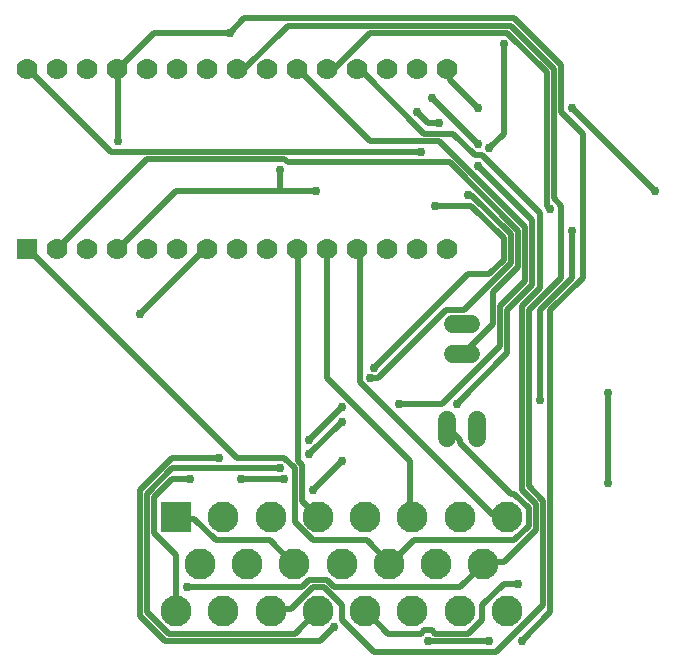
<source format=gbr>
G04 EAGLE Gerber X2 export*
%TF.Part,Single*%
%TF.FileFunction,Copper,L2,Bot,Mixed*%
%TF.FilePolarity,Positive*%
%TF.GenerationSoftware,Autodesk,EAGLE,9.1.3*%
%TF.CreationDate,2020-03-05T03:51:44Z*%
G75*
%MOMM*%
%FSLAX34Y34*%
%LPD*%
%AMOC8*
5,1,8,0,0,1.08239X$1,22.5*%
G01*
%ADD10C,1.524000*%
%ADD11R,1.778000X1.778000*%
%ADD12C,1.778000*%
%ADD13R,2.625000X2.625000*%
%ADD14C,2.625000*%
%ADD15C,0.508000*%
%ADD16C,0.756400*%


D10*
X414020Y139700D02*
X398780Y139700D01*
X398780Y165100D02*
X414020Y165100D01*
X419100Y83820D02*
X419100Y68580D01*
X393700Y68580D02*
X393700Y83820D01*
D11*
X38100Y228600D03*
D12*
X63500Y228600D03*
X88900Y228600D03*
X114300Y228600D03*
X139700Y228600D03*
X165100Y228600D03*
X190500Y228600D03*
X215900Y228600D03*
X241300Y228600D03*
X266700Y228600D03*
X292100Y228600D03*
X317500Y228600D03*
X342900Y228600D03*
X368300Y228600D03*
X393700Y228600D03*
X38100Y381000D03*
X63500Y381000D03*
X88900Y381000D03*
X114300Y381000D03*
X139700Y381000D03*
X165100Y381000D03*
X190500Y381000D03*
X215900Y381000D03*
X241300Y381000D03*
X266700Y381000D03*
X292100Y381000D03*
X317500Y381000D03*
X342900Y381000D03*
X368300Y381000D03*
X393700Y381000D03*
D13*
X164800Y1900D03*
D14*
X204800Y1900D03*
X244800Y1900D03*
X284800Y1900D03*
X324800Y1900D03*
X364800Y1900D03*
X404800Y1900D03*
X444800Y1900D03*
X184800Y-38100D03*
X224800Y-38100D03*
X264800Y-38100D03*
X304800Y-38100D03*
X344800Y-38100D03*
X384800Y-38100D03*
X424800Y-38100D03*
X164800Y-78100D03*
X204800Y-78100D03*
X244800Y-78100D03*
X284800Y-78100D03*
X324800Y-78100D03*
X364800Y-78100D03*
X404800Y-78100D03*
X444800Y-78100D03*
D15*
X210312Y411480D02*
X146304Y411480D01*
X115824Y381000D01*
X377952Y-103632D02*
X429768Y-103632D01*
X457200Y-103632D02*
X481584Y-79248D01*
X481584Y176784D01*
X509016Y204216D01*
X509016Y326136D01*
X490728Y344424D01*
X490728Y384048D01*
X451104Y423672D01*
X222504Y423672D01*
X210312Y411480D01*
X115824Y381000D02*
X115824Y320040D01*
X115824Y381000D02*
X114300Y381000D01*
D16*
X210312Y411480D03*
X377952Y-103632D03*
X429768Y-103632D03*
X457200Y-103632D03*
X115824Y320040D03*
D15*
X167640Y0D02*
X179832Y0D01*
X198120Y-18288D01*
X243840Y-18288D01*
X262128Y-36576D01*
X167640Y0D02*
X164800Y1900D01*
X262128Y-36576D02*
X264800Y-38100D01*
X252984Y277368D02*
X164592Y277368D01*
X252984Y277368D02*
X283464Y277368D01*
X164592Y277368D02*
X115824Y228600D01*
X114300Y228600D01*
X252984Y277368D02*
X252984Y295656D01*
D16*
X283464Y277368D03*
X252984Y295656D03*
D15*
X408432Y140208D02*
X432816Y164592D01*
X432816Y192024D01*
X454152Y213360D01*
X454152Y243840D01*
X396240Y301752D01*
X259080Y301752D01*
X256032Y304800D01*
X140208Y304800D01*
X64008Y228600D01*
X406400Y139700D02*
X408432Y140208D01*
X64008Y228600D02*
X63500Y228600D01*
X396240Y76200D02*
X405384Y67056D01*
X405384Y64008D01*
X448056Y21336D01*
X451104Y21336D01*
X463296Y9144D01*
X463296Y-6096D01*
X451104Y-18288D01*
X365760Y-18288D01*
X347472Y-36576D01*
X393700Y76200D02*
X396240Y76200D01*
X347472Y-36576D02*
X344800Y-38100D01*
X216408Y51816D02*
X39624Y228600D01*
X216408Y51816D02*
X256032Y51816D01*
X265176Y42672D01*
X265176Y-3048D01*
X280416Y-18288D01*
X326136Y-18288D01*
X344424Y-36576D01*
X39624Y228600D02*
X38100Y228600D01*
X344424Y-36576D02*
X344800Y-38100D01*
X134112Y173736D02*
X188976Y228600D01*
X190500Y228600D01*
D16*
X134112Y173736D03*
D15*
X268224Y228600D02*
X268224Y48768D01*
X271272Y45720D01*
X271272Y15240D01*
X283464Y3048D01*
X268224Y228600D02*
X266700Y228600D01*
X283464Y3048D02*
X284800Y1900D01*
X292608Y118872D02*
X292608Y228600D01*
X292608Y118872D02*
X362712Y48768D01*
X362712Y3048D01*
X292608Y228600D02*
X292100Y228600D01*
X362712Y3048D02*
X364800Y1900D01*
X320040Y115824D02*
X320040Y228600D01*
X320040Y115824D02*
X432816Y3048D01*
X441960Y3048D01*
X320040Y228600D02*
X317500Y228600D01*
X441960Y3048D02*
X444800Y1900D01*
X298704Y381000D02*
X292100Y381000D01*
X298704Y381000D02*
X329184Y411480D01*
X445008Y411480D01*
X478536Y377952D01*
X478536Y265176D01*
X481584Y262128D01*
X499872Y243840D02*
X499872Y204216D01*
X472440Y176784D01*
X472440Y100584D01*
X304800Y82296D02*
X277368Y54864D01*
X256032Y33528D02*
X219456Y33528D01*
X201168Y51816D02*
X161544Y51816D01*
X134112Y24384D01*
X134112Y-82296D01*
X155448Y-103632D01*
X286512Y-103632D01*
X298704Y-91440D01*
D16*
X481584Y262128D03*
X499872Y243840D03*
X472440Y100584D03*
X304800Y82296D03*
X277368Y54864D03*
X256032Y33528D03*
X219456Y33528D03*
X201168Y51816D03*
X298704Y-91440D03*
D15*
X329184Y320040D02*
X268224Y381000D01*
X329184Y320040D02*
X387096Y320040D01*
X460248Y246888D01*
X460248Y201168D01*
X438912Y179832D01*
X438912Y146304D01*
X390144Y97536D01*
X353568Y97536D01*
X304800Y48768D02*
X280416Y24384D01*
X268224Y381000D02*
X266700Y381000D01*
D16*
X353568Y97536D03*
X304800Y48768D03*
X280416Y24384D03*
D15*
X377952Y335280D02*
X387096Y335280D01*
X377952Y335280D02*
X368808Y344424D01*
D16*
X387096Y335280D03*
X368808Y344424D03*
D15*
X371856Y310896D02*
X109728Y310896D01*
X39624Y381000D01*
X38100Y381000D01*
X164592Y-30480D02*
X164592Y-76200D01*
X164592Y-30480D02*
X146304Y-12192D01*
X146304Y18288D01*
X161544Y33528D01*
X176784Y33528D01*
X332232Y128016D02*
X411480Y207264D01*
X429768Y207264D01*
X441960Y219456D01*
X441960Y237744D01*
X414528Y265176D01*
X384048Y265176D01*
X164592Y-76200D02*
X164800Y-78100D01*
D16*
X371856Y310896D03*
X176784Y33528D03*
X332232Y128016D03*
X384048Y265176D03*
D15*
X222504Y381000D02*
X215900Y381000D01*
X222504Y381000D02*
X259080Y417576D01*
X448056Y417576D01*
X484632Y381000D01*
X484632Y271272D01*
X490728Y265176D01*
X490728Y204216D01*
X463296Y176784D01*
X463296Y27432D01*
X475488Y15240D01*
X475488Y-73152D01*
X435864Y-112776D01*
X332232Y-112776D01*
X304800Y-85344D01*
X304800Y-73152D01*
X289560Y-57912D01*
X280416Y-57912D01*
X262128Y-76200D01*
X246888Y-76200D01*
X244800Y-78100D01*
X441960Y326136D02*
X441960Y402336D01*
X441960Y326136D02*
X429768Y313944D01*
X414528Y274320D02*
X411480Y274320D01*
X414528Y274320D02*
X448056Y240792D01*
X448056Y216408D01*
X408432Y176784D01*
X393192Y176784D01*
X335280Y118872D01*
X329184Y118872D01*
X304800Y94488D02*
X277368Y67056D01*
X252984Y42672D02*
X161544Y42672D01*
X140208Y21336D01*
X140208Y-79248D01*
X158496Y-97536D01*
X265176Y-97536D01*
X283464Y-79248D01*
X284800Y-78100D01*
D16*
X441960Y402336D03*
X429768Y313944D03*
X411480Y274320D03*
X329184Y118872D03*
X304800Y94488D03*
X277368Y67056D03*
X252984Y42672D03*
D15*
X530352Y30480D02*
X530352Y106680D01*
X454152Y-54864D02*
X441960Y-54864D01*
X423672Y-73152D01*
X423672Y-85344D01*
X411480Y-97536D01*
X384048Y-97536D01*
X381000Y-94488D01*
X374904Y-94488D01*
X371856Y-97536D01*
X344424Y-97536D01*
X326136Y-79248D01*
X324800Y-78100D01*
D16*
X530352Y106680D03*
X530352Y30480D03*
X454152Y-54864D03*
D15*
X569976Y277368D02*
X499872Y347472D01*
X420624Y347472D02*
X396240Y371856D01*
X396240Y381000D01*
X393700Y381000D01*
D16*
X569976Y277368D03*
X499872Y347472D03*
X420624Y347472D03*
D15*
X420624Y316992D02*
X381000Y356616D01*
X420624Y298704D02*
X466344Y252984D01*
X466344Y198120D01*
X445008Y176784D01*
X445008Y140208D01*
X402336Y97536D01*
D16*
X381000Y356616D03*
X420624Y316992D03*
X420624Y298704D03*
X402336Y97536D03*
D15*
X271272Y-57912D02*
X173736Y-57912D01*
X271272Y-57912D02*
X277368Y-51816D01*
X292608Y-51816D01*
X298704Y-57912D01*
X405384Y-57912D01*
X423672Y-39624D01*
X424800Y-38100D01*
X374904Y326136D02*
X320040Y381000D01*
X374904Y326136D02*
X399288Y326136D01*
X417576Y307848D01*
X423672Y307848D01*
X472440Y259080D01*
X472440Y195072D01*
X457200Y179832D01*
X457200Y24384D01*
X469392Y12192D01*
X469392Y-9144D01*
X441960Y-36576D01*
X426720Y-36576D01*
X320040Y381000D02*
X317500Y381000D01*
X426720Y-36576D02*
X424800Y-38100D01*
D16*
X173736Y-57912D03*
M02*

</source>
